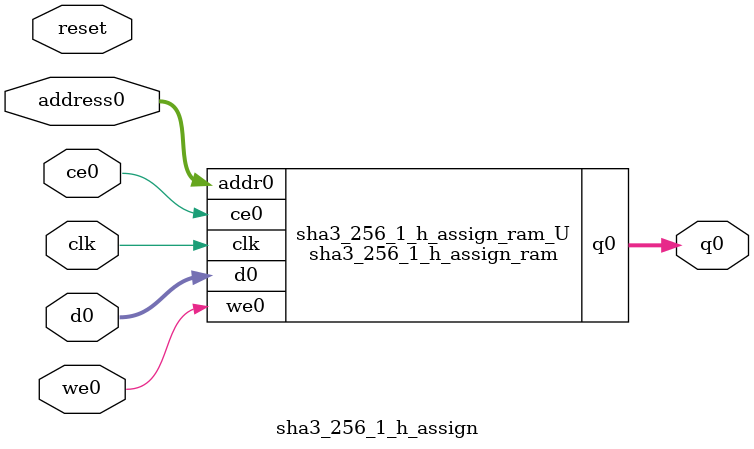
<source format=v>
`timescale 1 ns / 1 ps
module sha3_256_1_h_assign_ram (addr0, ce0, d0, we0, q0,  clk);

parameter DWIDTH = 8;
parameter AWIDTH = 8;
parameter MEM_SIZE = 136;

input[AWIDTH-1:0] addr0;
input ce0;
input[DWIDTH-1:0] d0;
input we0;
output reg[DWIDTH-1:0] q0;
input clk;

(* ram_style = "block" *)reg [DWIDTH-1:0] ram[0:MEM_SIZE-1];




always @(posedge clk)  
begin 
    if (ce0) 
    begin
        if (we0) 
        begin 
            ram[addr0] <= d0; 
        end 
        q0 <= ram[addr0];
    end
end


endmodule

`timescale 1 ns / 1 ps
module sha3_256_1_h_assign(
    reset,
    clk,
    address0,
    ce0,
    we0,
    d0,
    q0);

parameter DataWidth = 32'd8;
parameter AddressRange = 32'd136;
parameter AddressWidth = 32'd8;
input reset;
input clk;
input[AddressWidth - 1:0] address0;
input ce0;
input we0;
input[DataWidth - 1:0] d0;
output[DataWidth - 1:0] q0;



sha3_256_1_h_assign_ram sha3_256_1_h_assign_ram_U(
    .clk( clk ),
    .addr0( address0 ),
    .ce0( ce0 ),
    .we0( we0 ),
    .d0( d0 ),
    .q0( q0 ));

endmodule


</source>
